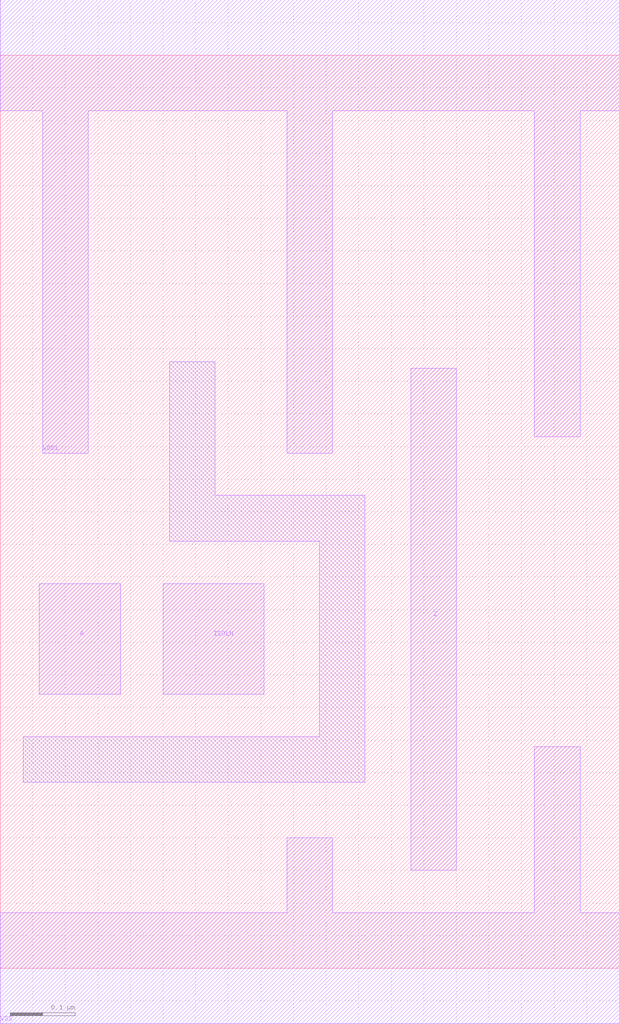
<source format=lef>
# 
# ******************************************************************************
# *                                                                            *
# *                   Copyright (C) 2004-2011, Nangate Inc.                    *
# *                           All rights reserved.                             *
# *                                                                            *
# * Nangate and the Nangate logo are trademarks of Nangate Inc.                *
# *                                                                            *
# * All trademarks, logos, software marks, and trade names (collectively the   *
# * "Marks") in this program are proprietary to Nangate or other respective    *
# * owners that have granted Nangate the right and license to use such Marks.  *
# * You are not permitted to use the Marks without the prior written consent   *
# * of Nangate or such third party that may own the Marks.                     *
# *                                                                            *
# * This file has been provided pursuant to a License Agreement containing     *
# * restrictions on its use. This file contains valuable trade secrets and     *
# * proprietary information of Nangate Inc., and is protected by U.S. and      *
# * international laws and/or treaties.                                        *
# *                                                                            *
# * The copyright notice(s) in this file does not indicate actual or intended  *
# * publication of this file.                                                  *
# *                                                                            *
# *     NGLibraryCreator, v2010.08-HR32-SP3-2010-08-05 - build 1009061800      *
# *                                                                            *
# ******************************************************************************
# 
# 
# Running on server08.nangate.com for user Giancarlo Franciscatto (gfr).
# Local time is now Thu, 6 Jan 2011, 18:10:28.
# Main process id is 3320.

VERSION 5.6 ;
BUSBITCHARS "[]" ;
DIVIDERCHAR "/" ;

MACRO LS_HLEN_X4
  CLASS core ;
  FOREIGN LS_HLEN_X4 0.0 0.0 ;
  ORIGIN 0 0 ;
  SYMMETRY X Y ;
  SITE NCSU_FreePDK_45nm ;
  SIZE 0.95 BY 1.4 ;
  PIN A
    DIRECTION INPUT ;
    ANTENNAPARTIALMETALAREA 0.02125 LAYER metal1 ;
    ANTENNAPARTIALMETALSIDEAREA 0.0767 LAYER metal1 ;
    ANTENNAGATEAREA 0.0365 ;
    PORT
      LAYER metal1 ;
        POLYGON 0.06 0.42 0.185 0.42 0.185 0.59 0.06 0.59  ;
    END
  END A
  PIN ISOLN
    DIRECTION INPUT ;
    ANTENNAPARTIALMETALAREA 0.02635 LAYER metal1 ;
    ANTENNAPARTIALMETALSIDEAREA 0.0845 LAYER metal1 ;
    ANTENNAGATEAREA 0.0365 ;
    PORT
      LAYER metal1 ;
        POLYGON 0.25 0.42 0.405 0.42 0.405 0.59 0.25 0.59  ;
    END
  END ISOLN
  PIN Z
    DIRECTION OUTPUT ;
    ANTENNAPARTIALMETALAREA 0.0539 LAYER metal1 ;
    ANTENNAPARTIALMETALSIDEAREA 0.2184 LAYER metal1 ;
    ANTENNADIFFAREA 0.1008 ;
    PORT
      LAYER metal1 ;
        POLYGON 0.63 0.15 0.7 0.15 0.7 0.92 0.63 0.92  ;
    END
  END Z
  PIN VDDL
    DIRECTION INOUT ;
    USE power ;
    SHAPE ABUTMENT ;
    PORT
      LAYER metal1 ;
        POLYGON 0 1.315 0.065 1.315 0.065 0.79 0.135 0.79 0.135 1.315 0.44 1.315 0.44 0.79 0.51 0.79 0.51 1.315 0.56 1.315 0.82 1.315 0.82 0.815 0.89 0.815 0.89 1.315 0.95 1.315 0.95 1.485 0.56 1.485 0 1.485  ;
    END
  END VDDL
  PIN VSS
    DIRECTION INOUT ;
    USE ground ;
    SHAPE ABUTMENT ;
    PORT
      LAYER metal1 ;
        POLYGON 0 -0.085 0.95 -0.085 0.95 0.085 0.89 0.085 0.89 0.34 0.82 0.34 0.82 0.085 0.51 0.085 0.51 0.2 0.44 0.2 0.44 0.085 0 0.085  ;
    END
  END VSS
  OBS
      LAYER metal1 ;
        POLYGON 0.26 0.655 0.49 0.655 0.49 0.355 0.035 0.355 0.035 0.285 0.56 0.285 0.56 0.725 0.33 0.725 0.33 0.93 0.26 0.93  ;
  END
END LS_HLEN_X4

END LIBRARY
#
# End of file
#

</source>
